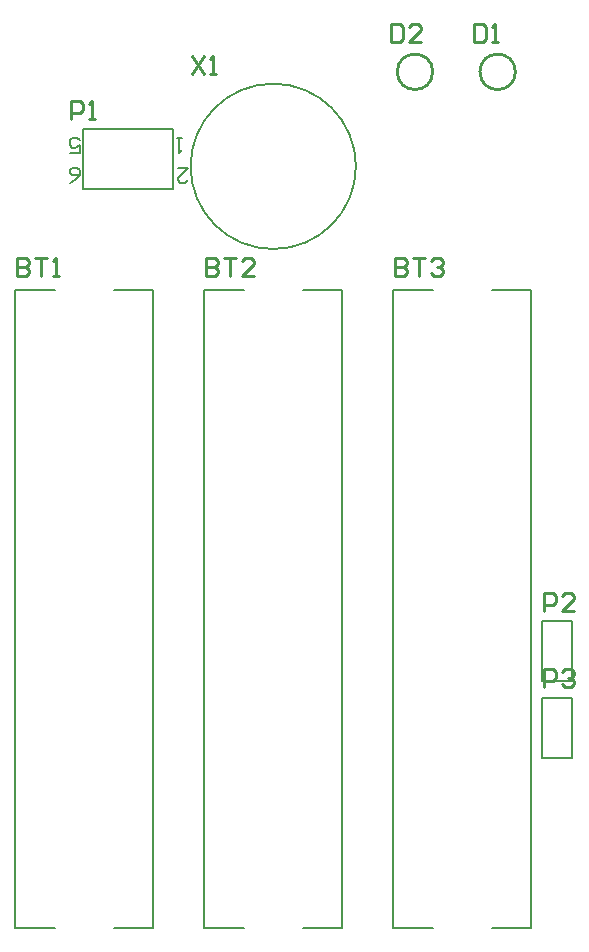
<source format=gto>
G04 Layer_Color=65535*
%FSLAX43Y43*%
%MOMM*%
G71*
G01*
G75*
%ADD17C,0.254*%
%ADD47C,0.200*%
%ADD48C,0.203*%
D17*
X46500Y74000D02*
G03*
X46500Y74000I-1500J0D01*
G01*
X39500D02*
G03*
X39500Y74000I-1500J0D01*
G01*
X48889Y28383D02*
Y29906D01*
X49650D01*
X49904Y29652D01*
Y29145D01*
X49650Y28891D01*
X48889D01*
X51428Y28383D02*
X50412D01*
X51428Y29398D01*
Y29652D01*
X51174Y29906D01*
X50666D01*
X50412Y29652D01*
X19142Y75375D02*
X20158Y73851D01*
Y75375D02*
X19142Y73851D01*
X20666D02*
X21173D01*
X20919D01*
Y75375D01*
X20666Y75121D01*
X36312Y58204D02*
Y56681D01*
X37074D01*
X37328Y56935D01*
Y57189D01*
X37074Y57443D01*
X36312D01*
X37074D01*
X37328Y57696D01*
Y57950D01*
X37074Y58204D01*
X36312D01*
X37836D02*
X38852D01*
X38344D01*
Y56681D01*
X39359Y57950D02*
X39613Y58204D01*
X40121D01*
X40375Y57950D01*
Y57696D01*
X40121Y57443D01*
X39867D01*
X40121D01*
X40375Y57189D01*
Y56935D01*
X40121Y56681D01*
X39613D01*
X39359Y56935D01*
X20310Y58204D02*
Y56681D01*
X21072D01*
X21326Y56935D01*
Y57189D01*
X21072Y57443D01*
X20310D01*
X21072D01*
X21326Y57696D01*
Y57950D01*
X21072Y58204D01*
X20310D01*
X21834D02*
X22850D01*
X22342D01*
Y56681D01*
X24373D02*
X23357D01*
X24373Y57696D01*
Y57950D01*
X24119Y58204D01*
X23611D01*
X23357Y57950D01*
X4308Y58204D02*
Y56681D01*
X5070D01*
X5324Y56935D01*
Y57189D01*
X5070Y57443D01*
X4308D01*
X5070D01*
X5324Y57696D01*
Y57950D01*
X5070Y58204D01*
X4308D01*
X5832D02*
X6848D01*
X6340D01*
Y56681D01*
X7355D02*
X7863D01*
X7609D01*
Y58204D01*
X7355Y57950D01*
X48889Y21888D02*
Y23412D01*
X49650D01*
X49904Y23158D01*
Y22650D01*
X49650Y22396D01*
X48889D01*
X50412Y23158D02*
X50666Y23412D01*
X51174D01*
X51428Y23158D01*
Y22904D01*
X51174Y22650D01*
X50920D01*
X51174D01*
X51428Y22396D01*
Y22142D01*
X51174Y21888D01*
X50666D01*
X50412Y22142D01*
X8847Y70034D02*
Y71558D01*
X9609D01*
X9863Y71304D01*
Y70796D01*
X9609Y70542D01*
X8847D01*
X10371Y70034D02*
X10879D01*
X10625D01*
Y71558D01*
X10371Y71304D01*
X35982Y78042D02*
Y76518D01*
X36744D01*
X36998Y76772D01*
Y77788D01*
X36744Y78042D01*
X35982D01*
X38521Y76518D02*
X37506D01*
X38521Y77534D01*
Y77788D01*
X38267Y78042D01*
X37760D01*
X37506Y77788D01*
X42993Y78042D02*
Y76518D01*
X43754D01*
X44008Y76772D01*
Y77788D01*
X43754Y78042D01*
X42993D01*
X44516Y76518D02*
X45024D01*
X44770D01*
Y78042D01*
X44516Y77788D01*
D47*
X33000Y66000D02*
G03*
X33000Y66000I-7000J0D01*
G01*
X36155Y1500D02*
Y55500D01*
X44500Y1500D02*
X47845D01*
X36155D02*
X39500D01*
X47845D02*
Y55500D01*
X44500D02*
X47845D01*
X36155D02*
X39500D01*
X31845Y1500D02*
Y55500D01*
X20155D02*
X23500D01*
X28500D02*
X31845D01*
X20155Y1500D02*
Y55500D01*
Y1500D02*
X23500D01*
X28500D02*
X31845D01*
X4155D02*
Y55500D01*
X12500Y1500D02*
X15845D01*
X4155D02*
X7500D01*
X15845D02*
Y55500D01*
X12500D02*
X15845D01*
X4155D02*
X7500D01*
X48730Y15940D02*
X51270D01*
X48730Y21020D02*
X48730Y15940D01*
X48730Y21020D02*
X51270D01*
X51270Y15940D01*
X48730Y27510D02*
X51270D01*
X51270Y22430D01*
X48730D02*
X51270D01*
X48730Y27510D02*
X48730Y22430D01*
X9890Y64099D02*
Y69179D01*
X17510Y69179D02*
X17510Y64099D01*
X9890D02*
X17510D01*
X9890Y69179D02*
X17510Y69179D01*
X9890Y69179D02*
X14758Y69179D01*
D48*
X8790Y64607D02*
X9213Y64819D01*
X9636Y65242D01*
Y65665D01*
X9424Y65877D01*
X9001D01*
X8790Y65665D01*
Y65454D01*
X9001Y65242D01*
X9636D01*
X8790Y67147D02*
X9636D01*
Y67782D01*
X9213Y67570D01*
X9001D01*
X8790Y67782D01*
Y68205D01*
X9001Y68417D01*
X9424D01*
X9636Y68205D01*
X17934Y65877D02*
X18780D01*
X17934Y65030D01*
Y64819D01*
X18145Y64607D01*
X18568D01*
X18780Y64819D01*
X18272Y68417D02*
X17849D01*
X18060D01*
Y67147D01*
X18272Y67359D01*
M02*

</source>
